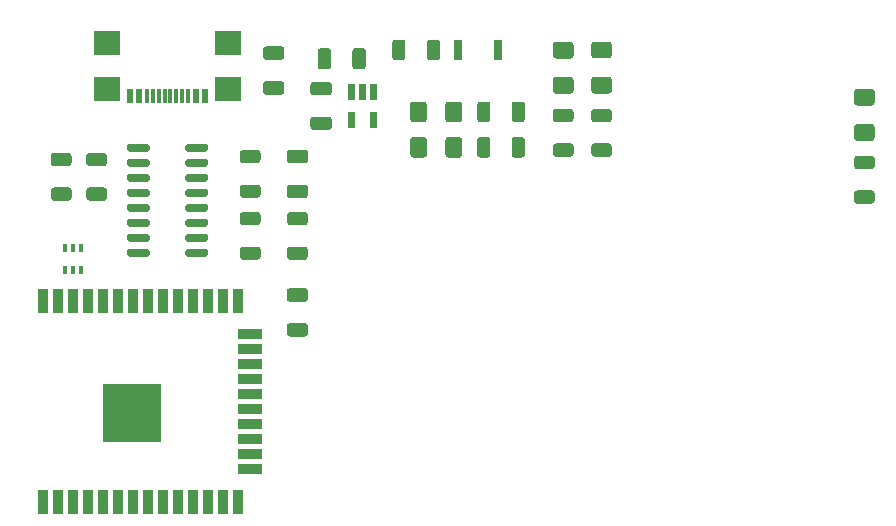
<source format=gtp>
G04 #@! TF.GenerationSoftware,KiCad,Pcbnew,(6.0.7)*
G04 #@! TF.CreationDate,2022-09-05T13:32:46-07:00*
G04 #@! TF.ProjectId,ElGato32,456c4761-746f-4333-922e-6b696361645f,rev?*
G04 #@! TF.SameCoordinates,Original*
G04 #@! TF.FileFunction,Paste,Top*
G04 #@! TF.FilePolarity,Positive*
%FSLAX46Y46*%
G04 Gerber Fmt 4.6, Leading zero omitted, Abs format (unit mm)*
G04 Created by KiCad (PCBNEW (6.0.7)) date 2022-09-05 13:32:46*
%MOMM*%
%LPD*%
G01*
G04 APERTURE LIST*
%ADD10R,0.800000X1.700000*%
%ADD11R,0.600000X1.150000*%
%ADD12R,0.300000X1.150000*%
%ADD13R,2.180000X2.000000*%
%ADD14R,0.400000X0.650000*%
%ADD15R,0.900000X2.000000*%
%ADD16R,2.000000X0.900000*%
%ADD17R,5.000000X5.000000*%
G04 APERTURE END LIST*
G36*
G01*
X109192000Y-95140000D02*
X109708000Y-95140000D01*
G75*
G02*
X109750000Y-95182000I0J-42000D01*
G01*
X109750000Y-96448000D01*
G75*
G02*
X109708000Y-96490000I-42000J0D01*
G01*
X109192000Y-96490000D01*
G75*
G02*
X109150000Y-96448000I0J42000D01*
G01*
X109150000Y-95182000D01*
G75*
G02*
X109192000Y-95140000I42000J0D01*
G01*
G37*
G36*
G01*
X108242000Y-95140000D02*
X108758000Y-95140000D01*
G75*
G02*
X108800000Y-95182000I0J-42000D01*
G01*
X108800000Y-96448000D01*
G75*
G02*
X108758000Y-96490000I-42000J0D01*
G01*
X108242000Y-96490000D01*
G75*
G02*
X108200000Y-96448000I0J42000D01*
G01*
X108200000Y-95182000D01*
G75*
G02*
X108242000Y-95140000I42000J0D01*
G01*
G37*
G36*
G01*
X107292000Y-95140000D02*
X107808000Y-95140000D01*
G75*
G02*
X107850000Y-95182000I0J-42000D01*
G01*
X107850000Y-96448000D01*
G75*
G02*
X107808000Y-96490000I-42000J0D01*
G01*
X107292000Y-96490000D01*
G75*
G02*
X107250000Y-96448000I0J42000D01*
G01*
X107250000Y-95182000D01*
G75*
G02*
X107292000Y-95140000I42000J0D01*
G01*
G37*
G36*
G01*
X107292000Y-97510000D02*
X107808000Y-97510000D01*
G75*
G02*
X107850000Y-97552000I0J-42000D01*
G01*
X107850000Y-98818000D01*
G75*
G02*
X107808000Y-98860000I-42000J0D01*
G01*
X107292000Y-98860000D01*
G75*
G02*
X107250000Y-98818000I0J42000D01*
G01*
X107250000Y-97552000D01*
G75*
G02*
X107292000Y-97510000I42000J0D01*
G01*
G37*
G36*
G01*
X109192000Y-97510000D02*
X109708000Y-97510000D01*
G75*
G02*
X109750000Y-97552000I0J-42000D01*
G01*
X109750000Y-98818000D01*
G75*
G02*
X109708000Y-98860000I-42000J0D01*
G01*
X109192000Y-98860000D01*
G75*
G02*
X109150000Y-98818000I0J42000D01*
G01*
X109150000Y-97552000D01*
G75*
G02*
X109192000Y-97510000I42000J0D01*
G01*
G37*
G36*
G01*
X105650000Y-99050000D02*
X104350000Y-99050000D01*
G75*
G02*
X104100000Y-98800000I0J250000D01*
G01*
X104100000Y-98150000D01*
G75*
G02*
X104350000Y-97900000I250000J0D01*
G01*
X105650000Y-97900000D01*
G75*
G02*
X105900000Y-98150000I0J-250000D01*
G01*
X105900000Y-98800000D01*
G75*
G02*
X105650000Y-99050000I-250000J0D01*
G01*
G37*
G36*
G01*
X105650000Y-96100000D02*
X104350000Y-96100000D01*
G75*
G02*
X104100000Y-95850000I0J250000D01*
G01*
X104100000Y-95200000D01*
G75*
G02*
X104350000Y-94950000I250000J0D01*
G01*
X105650000Y-94950000D01*
G75*
G02*
X105900000Y-95200000I0J-250000D01*
G01*
X105900000Y-95850000D01*
G75*
G02*
X105650000Y-96100000I-250000J0D01*
G01*
G37*
G36*
G01*
X150375000Y-101225000D02*
X151625000Y-101225000D01*
G75*
G02*
X151875000Y-101475000I0J-250000D01*
G01*
X151875000Y-102100000D01*
G75*
G02*
X151625000Y-102350000I-250000J0D01*
G01*
X150375000Y-102350000D01*
G75*
G02*
X150125000Y-102100000I0J250000D01*
G01*
X150125000Y-101475000D01*
G75*
G02*
X150375000Y-101225000I250000J0D01*
G01*
G37*
G36*
G01*
X150375000Y-104150000D02*
X151625000Y-104150000D01*
G75*
G02*
X151875000Y-104400000I0J-250000D01*
G01*
X151875000Y-105025000D01*
G75*
G02*
X151625000Y-105275000I-250000J0D01*
G01*
X150375000Y-105275000D01*
G75*
G02*
X150125000Y-105025000I0J250000D01*
G01*
X150125000Y-104400000D01*
G75*
G02*
X150375000Y-104150000I250000J0D01*
G01*
G37*
G36*
G01*
X150375001Y-95550000D02*
X151624999Y-95550000D01*
G75*
G02*
X151875000Y-95800001I0J-250001D01*
G01*
X151875000Y-96724999D01*
G75*
G02*
X151624999Y-96975000I-250001J0D01*
G01*
X150375001Y-96975000D01*
G75*
G02*
X150125000Y-96724999I0J250001D01*
G01*
X150125000Y-95800001D01*
G75*
G02*
X150375001Y-95550000I250001J0D01*
G01*
G37*
G36*
G01*
X150375001Y-98525000D02*
X151624999Y-98525000D01*
G75*
G02*
X151875000Y-98775001I0J-250001D01*
G01*
X151875000Y-99699999D01*
G75*
G02*
X151624999Y-99950000I-250001J0D01*
G01*
X150375001Y-99950000D01*
G75*
G02*
X150125000Y-99699999I0J250001D01*
G01*
X150125000Y-98775001D01*
G75*
G02*
X150375001Y-98525000I250001J0D01*
G01*
G37*
D10*
X120000000Y-92250000D03*
X116600000Y-92250000D03*
G36*
G01*
X86625000Y-105025000D02*
X85375000Y-105025000D01*
G75*
G02*
X85125000Y-104775000I0J250000D01*
G01*
X85125000Y-104150000D01*
G75*
G02*
X85375000Y-103900000I250000J0D01*
G01*
X86625000Y-103900000D01*
G75*
G02*
X86875000Y-104150000I0J-250000D01*
G01*
X86875000Y-104775000D01*
G75*
G02*
X86625000Y-105025000I-250000J0D01*
G01*
G37*
G36*
G01*
X86625000Y-102100000D02*
X85375000Y-102100000D01*
G75*
G02*
X85125000Y-101850000I0J250000D01*
G01*
X85125000Y-101225000D01*
G75*
G02*
X85375000Y-100975000I250000J0D01*
G01*
X86625000Y-100975000D01*
G75*
G02*
X86875000Y-101225000I0J-250000D01*
G01*
X86875000Y-101850000D01*
G75*
G02*
X86625000Y-102100000I-250000J0D01*
G01*
G37*
G36*
G01*
X99625000Y-104775000D02*
X98375000Y-104775000D01*
G75*
G02*
X98125000Y-104525000I0J250000D01*
G01*
X98125000Y-103900000D01*
G75*
G02*
X98375000Y-103650000I250000J0D01*
G01*
X99625000Y-103650000D01*
G75*
G02*
X99875000Y-103900000I0J-250000D01*
G01*
X99875000Y-104525000D01*
G75*
G02*
X99625000Y-104775000I-250000J0D01*
G01*
G37*
G36*
G01*
X99625000Y-101850000D02*
X98375000Y-101850000D01*
G75*
G02*
X98125000Y-101600000I0J250000D01*
G01*
X98125000Y-100975000D01*
G75*
G02*
X98375000Y-100725000I250000J0D01*
G01*
X99625000Y-100725000D01*
G75*
G02*
X99875000Y-100975000I0J-250000D01*
G01*
X99875000Y-101600000D01*
G75*
G02*
X99625000Y-101850000I-250000J0D01*
G01*
G37*
D11*
X95200000Y-96137500D03*
X94400000Y-96137500D03*
D12*
X93250000Y-96137500D03*
X92250000Y-96137500D03*
X91750000Y-96137500D03*
X90750000Y-96137500D03*
D11*
X88800000Y-96137500D03*
X89600000Y-96137500D03*
D12*
X90250000Y-96137500D03*
X91250000Y-96137500D03*
X92750000Y-96137500D03*
X93750000Y-96137500D03*
D13*
X97110000Y-95562500D03*
X86890000Y-95562500D03*
X97110000Y-91632500D03*
X86890000Y-91632500D03*
G36*
G01*
X104700000Y-93650000D02*
X104700000Y-92350000D01*
G75*
G02*
X104950000Y-92100000I250000J0D01*
G01*
X105600000Y-92100000D01*
G75*
G02*
X105850000Y-92350000I0J-250000D01*
G01*
X105850000Y-93650000D01*
G75*
G02*
X105600000Y-93900000I-250000J0D01*
G01*
X104950000Y-93900000D01*
G75*
G02*
X104700000Y-93650000I0J250000D01*
G01*
G37*
G36*
G01*
X107650000Y-93650000D02*
X107650000Y-92350000D01*
G75*
G02*
X107900000Y-92100000I250000J0D01*
G01*
X108550000Y-92100000D01*
G75*
G02*
X108800000Y-92350000I0J-250000D01*
G01*
X108800000Y-93650000D01*
G75*
G02*
X108550000Y-93900000I-250000J0D01*
G01*
X107900000Y-93900000D01*
G75*
G02*
X107650000Y-93650000I0J250000D01*
G01*
G37*
G36*
G01*
X95450000Y-109295000D02*
X95450000Y-109595000D01*
G75*
G02*
X95300000Y-109745000I-150000J0D01*
G01*
X93650000Y-109745000D01*
G75*
G02*
X93500000Y-109595000I0J150000D01*
G01*
X93500000Y-109295000D01*
G75*
G02*
X93650000Y-109145000I150000J0D01*
G01*
X95300000Y-109145000D01*
G75*
G02*
X95450000Y-109295000I0J-150000D01*
G01*
G37*
G36*
G01*
X95450000Y-108025000D02*
X95450000Y-108325000D01*
G75*
G02*
X95300000Y-108475000I-150000J0D01*
G01*
X93650000Y-108475000D01*
G75*
G02*
X93500000Y-108325000I0J150000D01*
G01*
X93500000Y-108025000D01*
G75*
G02*
X93650000Y-107875000I150000J0D01*
G01*
X95300000Y-107875000D01*
G75*
G02*
X95450000Y-108025000I0J-150000D01*
G01*
G37*
G36*
G01*
X95450000Y-106755000D02*
X95450000Y-107055000D01*
G75*
G02*
X95300000Y-107205000I-150000J0D01*
G01*
X93650000Y-107205000D01*
G75*
G02*
X93500000Y-107055000I0J150000D01*
G01*
X93500000Y-106755000D01*
G75*
G02*
X93650000Y-106605000I150000J0D01*
G01*
X95300000Y-106605000D01*
G75*
G02*
X95450000Y-106755000I0J-150000D01*
G01*
G37*
G36*
G01*
X95450000Y-105485000D02*
X95450000Y-105785000D01*
G75*
G02*
X95300000Y-105935000I-150000J0D01*
G01*
X93650000Y-105935000D01*
G75*
G02*
X93500000Y-105785000I0J150000D01*
G01*
X93500000Y-105485000D01*
G75*
G02*
X93650000Y-105335000I150000J0D01*
G01*
X95300000Y-105335000D01*
G75*
G02*
X95450000Y-105485000I0J-150000D01*
G01*
G37*
G36*
G01*
X95450000Y-104215000D02*
X95450000Y-104515000D01*
G75*
G02*
X95300000Y-104665000I-150000J0D01*
G01*
X93650000Y-104665000D01*
G75*
G02*
X93500000Y-104515000I0J150000D01*
G01*
X93500000Y-104215000D01*
G75*
G02*
X93650000Y-104065000I150000J0D01*
G01*
X95300000Y-104065000D01*
G75*
G02*
X95450000Y-104215000I0J-150000D01*
G01*
G37*
G36*
G01*
X95450000Y-102945000D02*
X95450000Y-103245000D01*
G75*
G02*
X95300000Y-103395000I-150000J0D01*
G01*
X93650000Y-103395000D01*
G75*
G02*
X93500000Y-103245000I0J150000D01*
G01*
X93500000Y-102945000D01*
G75*
G02*
X93650000Y-102795000I150000J0D01*
G01*
X95300000Y-102795000D01*
G75*
G02*
X95450000Y-102945000I0J-150000D01*
G01*
G37*
G36*
G01*
X95450000Y-101675000D02*
X95450000Y-101975000D01*
G75*
G02*
X95300000Y-102125000I-150000J0D01*
G01*
X93650000Y-102125000D01*
G75*
G02*
X93500000Y-101975000I0J150000D01*
G01*
X93500000Y-101675000D01*
G75*
G02*
X93650000Y-101525000I150000J0D01*
G01*
X95300000Y-101525000D01*
G75*
G02*
X95450000Y-101675000I0J-150000D01*
G01*
G37*
G36*
G01*
X95450000Y-100405000D02*
X95450000Y-100705000D01*
G75*
G02*
X95300000Y-100855000I-150000J0D01*
G01*
X93650000Y-100855000D01*
G75*
G02*
X93500000Y-100705000I0J150000D01*
G01*
X93500000Y-100405000D01*
G75*
G02*
X93650000Y-100255000I150000J0D01*
G01*
X95300000Y-100255000D01*
G75*
G02*
X95450000Y-100405000I0J-150000D01*
G01*
G37*
G36*
G01*
X90500000Y-100405000D02*
X90500000Y-100705000D01*
G75*
G02*
X90350000Y-100855000I-150000J0D01*
G01*
X88700000Y-100855000D01*
G75*
G02*
X88550000Y-100705000I0J150000D01*
G01*
X88550000Y-100405000D01*
G75*
G02*
X88700000Y-100255000I150000J0D01*
G01*
X90350000Y-100255000D01*
G75*
G02*
X90500000Y-100405000I0J-150000D01*
G01*
G37*
G36*
G01*
X90500000Y-101675000D02*
X90500000Y-101975000D01*
G75*
G02*
X90350000Y-102125000I-150000J0D01*
G01*
X88700000Y-102125000D01*
G75*
G02*
X88550000Y-101975000I0J150000D01*
G01*
X88550000Y-101675000D01*
G75*
G02*
X88700000Y-101525000I150000J0D01*
G01*
X90350000Y-101525000D01*
G75*
G02*
X90500000Y-101675000I0J-150000D01*
G01*
G37*
G36*
G01*
X90500000Y-102945000D02*
X90500000Y-103245000D01*
G75*
G02*
X90350000Y-103395000I-150000J0D01*
G01*
X88700000Y-103395000D01*
G75*
G02*
X88550000Y-103245000I0J150000D01*
G01*
X88550000Y-102945000D01*
G75*
G02*
X88700000Y-102795000I150000J0D01*
G01*
X90350000Y-102795000D01*
G75*
G02*
X90500000Y-102945000I0J-150000D01*
G01*
G37*
G36*
G01*
X90500000Y-104215000D02*
X90500000Y-104515000D01*
G75*
G02*
X90350000Y-104665000I-150000J0D01*
G01*
X88700000Y-104665000D01*
G75*
G02*
X88550000Y-104515000I0J150000D01*
G01*
X88550000Y-104215000D01*
G75*
G02*
X88700000Y-104065000I150000J0D01*
G01*
X90350000Y-104065000D01*
G75*
G02*
X90500000Y-104215000I0J-150000D01*
G01*
G37*
G36*
G01*
X90500000Y-105485000D02*
X90500000Y-105785000D01*
G75*
G02*
X90350000Y-105935000I-150000J0D01*
G01*
X88700000Y-105935000D01*
G75*
G02*
X88550000Y-105785000I0J150000D01*
G01*
X88550000Y-105485000D01*
G75*
G02*
X88700000Y-105335000I150000J0D01*
G01*
X90350000Y-105335000D01*
G75*
G02*
X90500000Y-105485000I0J-150000D01*
G01*
G37*
G36*
G01*
X90500000Y-106755000D02*
X90500000Y-107055000D01*
G75*
G02*
X90350000Y-107205000I-150000J0D01*
G01*
X88700000Y-107205000D01*
G75*
G02*
X88550000Y-107055000I0J150000D01*
G01*
X88550000Y-106755000D01*
G75*
G02*
X88700000Y-106605000I150000J0D01*
G01*
X90350000Y-106605000D01*
G75*
G02*
X90500000Y-106755000I0J-150000D01*
G01*
G37*
G36*
G01*
X90500000Y-108025000D02*
X90500000Y-108325000D01*
G75*
G02*
X90350000Y-108475000I-150000J0D01*
G01*
X88700000Y-108475000D01*
G75*
G02*
X88550000Y-108325000I0J150000D01*
G01*
X88550000Y-108025000D01*
G75*
G02*
X88700000Y-107875000I150000J0D01*
G01*
X90350000Y-107875000D01*
G75*
G02*
X90500000Y-108025000I0J-150000D01*
G01*
G37*
G36*
G01*
X90500000Y-109295000D02*
X90500000Y-109595000D01*
G75*
G02*
X90350000Y-109745000I-150000J0D01*
G01*
X88700000Y-109745000D01*
G75*
G02*
X88550000Y-109595000I0J150000D01*
G01*
X88550000Y-109295000D01*
G75*
G02*
X88700000Y-109145000I150000J0D01*
G01*
X90350000Y-109145000D01*
G75*
G02*
X90500000Y-109295000I0J-150000D01*
G01*
G37*
G36*
G01*
X115075000Y-91625000D02*
X115075000Y-92875000D01*
G75*
G02*
X114825000Y-93125000I-250000J0D01*
G01*
X114200000Y-93125000D01*
G75*
G02*
X113950000Y-92875000I0J250000D01*
G01*
X113950000Y-91625000D01*
G75*
G02*
X114200000Y-91375000I250000J0D01*
G01*
X114825000Y-91375000D01*
G75*
G02*
X115075000Y-91625000I0J-250000D01*
G01*
G37*
G36*
G01*
X112150000Y-91625000D02*
X112150000Y-92875000D01*
G75*
G02*
X111900000Y-93125000I-250000J0D01*
G01*
X111275000Y-93125000D01*
G75*
G02*
X111025000Y-92875000I0J250000D01*
G01*
X111025000Y-91625000D01*
G75*
G02*
X111275000Y-91375000I250000J0D01*
G01*
X111900000Y-91375000D01*
G75*
G02*
X112150000Y-91625000I0J-250000D01*
G01*
G37*
D14*
X83350000Y-110900000D03*
X84000000Y-110900000D03*
X84650000Y-110900000D03*
X84650000Y-109000000D03*
X84000000Y-109000000D03*
X83350000Y-109000000D03*
G36*
G01*
X128125000Y-97250000D02*
X129375000Y-97250000D01*
G75*
G02*
X129625000Y-97500000I0J-250000D01*
G01*
X129625000Y-98125000D01*
G75*
G02*
X129375000Y-98375000I-250000J0D01*
G01*
X128125000Y-98375000D01*
G75*
G02*
X127875000Y-98125000I0J250000D01*
G01*
X127875000Y-97500000D01*
G75*
G02*
X128125000Y-97250000I250000J0D01*
G01*
G37*
G36*
G01*
X128125000Y-100175000D02*
X129375000Y-100175000D01*
G75*
G02*
X129625000Y-100425000I0J-250000D01*
G01*
X129625000Y-101050000D01*
G75*
G02*
X129375000Y-101300000I-250000J0D01*
G01*
X128125000Y-101300000D01*
G75*
G02*
X127875000Y-101050000I0J250000D01*
G01*
X127875000Y-100425000D01*
G75*
G02*
X128125000Y-100175000I250000J0D01*
G01*
G37*
G36*
G01*
X103650000Y-104800000D02*
X102350000Y-104800000D01*
G75*
G02*
X102100000Y-104550000I0J250000D01*
G01*
X102100000Y-103900000D01*
G75*
G02*
X102350000Y-103650000I250000J0D01*
G01*
X103650000Y-103650000D01*
G75*
G02*
X103900000Y-103900000I0J-250000D01*
G01*
X103900000Y-104550000D01*
G75*
G02*
X103650000Y-104800000I-250000J0D01*
G01*
G37*
G36*
G01*
X103650000Y-101850000D02*
X102350000Y-101850000D01*
G75*
G02*
X102100000Y-101600000I0J250000D01*
G01*
X102100000Y-100950000D01*
G75*
G02*
X102350000Y-100700000I250000J0D01*
G01*
X103650000Y-100700000D01*
G75*
G02*
X103900000Y-100950000I0J-250000D01*
G01*
X103900000Y-101600000D01*
G75*
G02*
X103650000Y-101850000I-250000J0D01*
G01*
G37*
D15*
X81500000Y-130500000D03*
X82770000Y-130500000D03*
X84040000Y-130500000D03*
X85310000Y-130500000D03*
X86580000Y-130500000D03*
X87850000Y-130500000D03*
X89120000Y-130500000D03*
X90390000Y-130500000D03*
X91660000Y-130500000D03*
X92930000Y-130500000D03*
X94200000Y-130500000D03*
X95470000Y-130500000D03*
X96740000Y-130500000D03*
X98010000Y-130500000D03*
D16*
X99010000Y-127715000D03*
X99010000Y-126445000D03*
X99010000Y-125175000D03*
X99010000Y-123905000D03*
X99010000Y-122635000D03*
X99010000Y-121365000D03*
X99010000Y-120095000D03*
X99010000Y-118825000D03*
X99010000Y-117555000D03*
X99010000Y-116285000D03*
D15*
X98010000Y-113500000D03*
X96740000Y-113500000D03*
X95470000Y-113500000D03*
X94200000Y-113500000D03*
X92930000Y-113500000D03*
X91660000Y-113500000D03*
X90390000Y-113500000D03*
X89120000Y-113500000D03*
X87850000Y-113500000D03*
X86580000Y-113500000D03*
X85310000Y-113500000D03*
X84040000Y-113500000D03*
X82770000Y-113500000D03*
X81500000Y-113500000D03*
D17*
X89000000Y-123000000D03*
G36*
G01*
X124875001Y-91562500D02*
X126124999Y-91562500D01*
G75*
G02*
X126375000Y-91812501I0J-250001D01*
G01*
X126375000Y-92737499D01*
G75*
G02*
X126124999Y-92987500I-250001J0D01*
G01*
X124875001Y-92987500D01*
G75*
G02*
X124625000Y-92737499I0J250001D01*
G01*
X124625000Y-91812501D01*
G75*
G02*
X124875001Y-91562500I250001J0D01*
G01*
G37*
G36*
G01*
X124875001Y-94537500D02*
X126124999Y-94537500D01*
G75*
G02*
X126375000Y-94787501I0J-250001D01*
G01*
X126375000Y-95712499D01*
G75*
G02*
X126124999Y-95962500I-250001J0D01*
G01*
X124875001Y-95962500D01*
G75*
G02*
X124625000Y-95712499I0J250001D01*
G01*
X124625000Y-94787501D01*
G75*
G02*
X124875001Y-94537500I250001J0D01*
G01*
G37*
G36*
G01*
X124875000Y-97250000D02*
X126125000Y-97250000D01*
G75*
G02*
X126375000Y-97500000I0J-250000D01*
G01*
X126375000Y-98125000D01*
G75*
G02*
X126125000Y-98375000I-250000J0D01*
G01*
X124875000Y-98375000D01*
G75*
G02*
X124625000Y-98125000I0J250000D01*
G01*
X124625000Y-97500000D01*
G75*
G02*
X124875000Y-97250000I250000J0D01*
G01*
G37*
G36*
G01*
X124875000Y-100175000D02*
X126125000Y-100175000D01*
G75*
G02*
X126375000Y-100425000I0J-250000D01*
G01*
X126375000Y-101050000D01*
G75*
G02*
X126125000Y-101300000I-250000J0D01*
G01*
X124875000Y-101300000D01*
G75*
G02*
X124625000Y-101050000I0J250000D01*
G01*
X124625000Y-100425000D01*
G75*
G02*
X124875000Y-100175000I250000J0D01*
G01*
G37*
G36*
G01*
X112550000Y-101124999D02*
X112550000Y-99875001D01*
G75*
G02*
X112800001Y-99625000I250001J0D01*
G01*
X113724999Y-99625000D01*
G75*
G02*
X113975000Y-99875001I0J-250001D01*
G01*
X113975000Y-101124999D01*
G75*
G02*
X113724999Y-101375000I-250001J0D01*
G01*
X112800001Y-101375000D01*
G75*
G02*
X112550000Y-101124999I0J250001D01*
G01*
G37*
G36*
G01*
X115525000Y-101124999D02*
X115525000Y-99875001D01*
G75*
G02*
X115775001Y-99625000I250001J0D01*
G01*
X116699999Y-99625000D01*
G75*
G02*
X116950000Y-99875001I0J-250001D01*
G01*
X116950000Y-101124999D01*
G75*
G02*
X116699999Y-101375000I-250001J0D01*
G01*
X115775001Y-101375000D01*
G75*
G02*
X115525000Y-101124999I0J250001D01*
G01*
G37*
G36*
G01*
X101650000Y-96050000D02*
X100350000Y-96050000D01*
G75*
G02*
X100100000Y-95800000I0J250000D01*
G01*
X100100000Y-95150000D01*
G75*
G02*
X100350000Y-94900000I250000J0D01*
G01*
X101650000Y-94900000D01*
G75*
G02*
X101900000Y-95150000I0J-250000D01*
G01*
X101900000Y-95800000D01*
G75*
G02*
X101650000Y-96050000I-250000J0D01*
G01*
G37*
G36*
G01*
X101650000Y-93100000D02*
X100350000Y-93100000D01*
G75*
G02*
X100100000Y-92850000I0J250000D01*
G01*
X100100000Y-92200000D01*
G75*
G02*
X100350000Y-91950000I250000J0D01*
G01*
X101650000Y-91950000D01*
G75*
G02*
X101900000Y-92200000I0J-250000D01*
G01*
X101900000Y-92850000D01*
G75*
G02*
X101650000Y-93100000I-250000J0D01*
G01*
G37*
G36*
G01*
X82375000Y-100975000D02*
X83625000Y-100975000D01*
G75*
G02*
X83875000Y-101225000I0J-250000D01*
G01*
X83875000Y-101850000D01*
G75*
G02*
X83625000Y-102100000I-250000J0D01*
G01*
X82375000Y-102100000D01*
G75*
G02*
X82125000Y-101850000I0J250000D01*
G01*
X82125000Y-101225000D01*
G75*
G02*
X82375000Y-100975000I250000J0D01*
G01*
G37*
G36*
G01*
X82375000Y-103900000D02*
X83625000Y-103900000D01*
G75*
G02*
X83875000Y-104150000I0J-250000D01*
G01*
X83875000Y-104775000D01*
G75*
G02*
X83625000Y-105025000I-250000J0D01*
G01*
X82375000Y-105025000D01*
G75*
G02*
X82125000Y-104775000I0J250000D01*
G01*
X82125000Y-104150000D01*
G75*
G02*
X82375000Y-103900000I250000J0D01*
G01*
G37*
G36*
G01*
X128125001Y-91550000D02*
X129374999Y-91550000D01*
G75*
G02*
X129625000Y-91800001I0J-250001D01*
G01*
X129625000Y-92724999D01*
G75*
G02*
X129374999Y-92975000I-250001J0D01*
G01*
X128125001Y-92975000D01*
G75*
G02*
X127875000Y-92724999I0J250001D01*
G01*
X127875000Y-91800001D01*
G75*
G02*
X128125001Y-91550000I250001J0D01*
G01*
G37*
G36*
G01*
X128125001Y-94525000D02*
X129374999Y-94525000D01*
G75*
G02*
X129625000Y-94775001I0J-250001D01*
G01*
X129625000Y-95699999D01*
G75*
G02*
X129374999Y-95950000I-250001J0D01*
G01*
X128125001Y-95950000D01*
G75*
G02*
X127875000Y-95699999I0J250001D01*
G01*
X127875000Y-94775001D01*
G75*
G02*
X128125001Y-94525000I250001J0D01*
G01*
G37*
G36*
G01*
X118212500Y-101125000D02*
X118212500Y-99875000D01*
G75*
G02*
X118462500Y-99625000I250000J0D01*
G01*
X119087500Y-99625000D01*
G75*
G02*
X119337500Y-99875000I0J-250000D01*
G01*
X119337500Y-101125000D01*
G75*
G02*
X119087500Y-101375000I-250000J0D01*
G01*
X118462500Y-101375000D01*
G75*
G02*
X118212500Y-101125000I0J250000D01*
G01*
G37*
G36*
G01*
X121137500Y-101125000D02*
X121137500Y-99875000D01*
G75*
G02*
X121387500Y-99625000I250000J0D01*
G01*
X122012500Y-99625000D01*
G75*
G02*
X122262500Y-99875000I0J-250000D01*
G01*
X122262500Y-101125000D01*
G75*
G02*
X122012500Y-101375000I-250000J0D01*
G01*
X121387500Y-101375000D01*
G75*
G02*
X121137500Y-101125000I0J250000D01*
G01*
G37*
G36*
G01*
X98375000Y-105975000D02*
X99625000Y-105975000D01*
G75*
G02*
X99875000Y-106225000I0J-250000D01*
G01*
X99875000Y-106850000D01*
G75*
G02*
X99625000Y-107100000I-250000J0D01*
G01*
X98375000Y-107100000D01*
G75*
G02*
X98125000Y-106850000I0J250000D01*
G01*
X98125000Y-106225000D01*
G75*
G02*
X98375000Y-105975000I250000J0D01*
G01*
G37*
G36*
G01*
X98375000Y-108900000D02*
X99625000Y-108900000D01*
G75*
G02*
X99875000Y-109150000I0J-250000D01*
G01*
X99875000Y-109775000D01*
G75*
G02*
X99625000Y-110025000I-250000J0D01*
G01*
X98375000Y-110025000D01*
G75*
G02*
X98125000Y-109775000I0J250000D01*
G01*
X98125000Y-109150000D01*
G75*
G02*
X98375000Y-108900000I250000J0D01*
G01*
G37*
G36*
G01*
X102375000Y-105975000D02*
X103625000Y-105975000D01*
G75*
G02*
X103875000Y-106225000I0J-250000D01*
G01*
X103875000Y-106850000D01*
G75*
G02*
X103625000Y-107100000I-250000J0D01*
G01*
X102375000Y-107100000D01*
G75*
G02*
X102125000Y-106850000I0J250000D01*
G01*
X102125000Y-106225000D01*
G75*
G02*
X102375000Y-105975000I250000J0D01*
G01*
G37*
G36*
G01*
X102375000Y-108900000D02*
X103625000Y-108900000D01*
G75*
G02*
X103875000Y-109150000I0J-250000D01*
G01*
X103875000Y-109775000D01*
G75*
G02*
X103625000Y-110025000I-250000J0D01*
G01*
X102375000Y-110025000D01*
G75*
G02*
X102125000Y-109775000I0J250000D01*
G01*
X102125000Y-109150000D01*
G75*
G02*
X102375000Y-108900000I250000J0D01*
G01*
G37*
G36*
G01*
X102350000Y-112425000D02*
X103650000Y-112425000D01*
G75*
G02*
X103900000Y-112675000I0J-250000D01*
G01*
X103900000Y-113325000D01*
G75*
G02*
X103650000Y-113575000I-250000J0D01*
G01*
X102350000Y-113575000D01*
G75*
G02*
X102100000Y-113325000I0J250000D01*
G01*
X102100000Y-112675000D01*
G75*
G02*
X102350000Y-112425000I250000J0D01*
G01*
G37*
G36*
G01*
X102350000Y-115375000D02*
X103650000Y-115375000D01*
G75*
G02*
X103900000Y-115625000I0J-250000D01*
G01*
X103900000Y-116275000D01*
G75*
G02*
X103650000Y-116525000I-250000J0D01*
G01*
X102350000Y-116525000D01*
G75*
G02*
X102100000Y-116275000I0J250000D01*
G01*
X102100000Y-115625000D01*
G75*
G02*
X102350000Y-115375000I250000J0D01*
G01*
G37*
G36*
G01*
X118212500Y-98125000D02*
X118212500Y-96875000D01*
G75*
G02*
X118462500Y-96625000I250000J0D01*
G01*
X119087500Y-96625000D01*
G75*
G02*
X119337500Y-96875000I0J-250000D01*
G01*
X119337500Y-98125000D01*
G75*
G02*
X119087500Y-98375000I-250000J0D01*
G01*
X118462500Y-98375000D01*
G75*
G02*
X118212500Y-98125000I0J250000D01*
G01*
G37*
G36*
G01*
X121137500Y-98125000D02*
X121137500Y-96875000D01*
G75*
G02*
X121387500Y-96625000I250000J0D01*
G01*
X122012500Y-96625000D01*
G75*
G02*
X122262500Y-96875000I0J-250000D01*
G01*
X122262500Y-98125000D01*
G75*
G02*
X122012500Y-98375000I-250000J0D01*
G01*
X121387500Y-98375000D01*
G75*
G02*
X121137500Y-98125000I0J250000D01*
G01*
G37*
G36*
G01*
X112537500Y-98124999D02*
X112537500Y-96875001D01*
G75*
G02*
X112787501Y-96625000I250001J0D01*
G01*
X113712499Y-96625000D01*
G75*
G02*
X113962500Y-96875001I0J-250001D01*
G01*
X113962500Y-98124999D01*
G75*
G02*
X113712499Y-98375000I-250001J0D01*
G01*
X112787501Y-98375000D01*
G75*
G02*
X112537500Y-98124999I0J250001D01*
G01*
G37*
G36*
G01*
X115512500Y-98124999D02*
X115512500Y-96875001D01*
G75*
G02*
X115762501Y-96625000I250001J0D01*
G01*
X116687499Y-96625000D01*
G75*
G02*
X116937500Y-96875001I0J-250001D01*
G01*
X116937500Y-98124999D01*
G75*
G02*
X116687499Y-98375000I-250001J0D01*
G01*
X115762501Y-98375000D01*
G75*
G02*
X115512500Y-98124999I0J250001D01*
G01*
G37*
M02*

</source>
